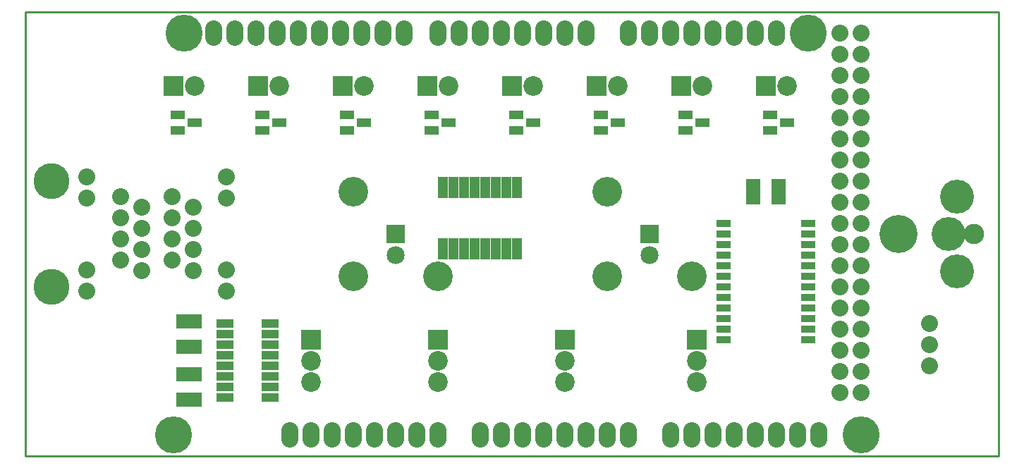
<source format=gbs>
G04 (created by PCBNEW-RS274X (2011-05-25)-stable) date Wed 09 Oct 2013 04:42:06 PM EDT*
G01*
G70*
G90*
%MOIN*%
G04 Gerber Fmt 3.4, Leading zero omitted, Abs format*
%FSLAX34Y34*%
G04 APERTURE LIST*
%ADD10C,0.006000*%
%ADD11C,0.009000*%
%ADD12C,0.096000*%
%ADD13C,0.160000*%
%ADD14C,0.180000*%
%ADD15C,0.175000*%
%ADD16O,0.080000X0.120000*%
%ADD17C,0.080000*%
%ADD18R,0.070000X0.120000*%
%ADD19C,0.093000*%
%ADD20R,0.093000X0.093000*%
%ADD21R,0.045000X0.100000*%
%ADD22R,0.120000X0.070000*%
%ADD23C,0.170000*%
%ADD24C,0.140000*%
%ADD25R,0.085000X0.085000*%
%ADD26C,0.085000*%
%ADD27R,0.070000X0.044000*%
%ADD28R,0.070000X0.035000*%
%ADD29R,0.081000X0.044000*%
G04 APERTURE END LIST*
G54D10*
G54D11*
X89500Y-51500D02*
X43500Y-51500D01*
X43500Y-30500D02*
X89500Y-30500D01*
X43500Y-30500D02*
X43500Y-51500D01*
X89500Y-51500D02*
X89500Y-30500D01*
G54D12*
X88320Y-41000D03*
G54D13*
X87140Y-41000D03*
G54D14*
X84780Y-41000D03*
G54D13*
X87530Y-39230D03*
X87530Y-42770D03*
G54D15*
X50500Y-50500D03*
X51000Y-31500D03*
X83000Y-50500D03*
X80500Y-31500D03*
G54D16*
X56000Y-50500D03*
X57000Y-50500D03*
X58000Y-50500D03*
X59000Y-50500D03*
X60000Y-50500D03*
X61000Y-50500D03*
X62000Y-50500D03*
X63000Y-50500D03*
X65000Y-50500D03*
X66000Y-50500D03*
X67000Y-50500D03*
X68000Y-50500D03*
X69000Y-50500D03*
X70000Y-50500D03*
X71000Y-50500D03*
X72000Y-50500D03*
X74000Y-50500D03*
X75000Y-50500D03*
X76000Y-50500D03*
X77000Y-50500D03*
X78000Y-50500D03*
X79000Y-50500D03*
X80000Y-50500D03*
X81000Y-50500D03*
X52400Y-31500D03*
X53400Y-31500D03*
X54400Y-31500D03*
X55400Y-31500D03*
X56400Y-31500D03*
X57400Y-31500D03*
X58400Y-31500D03*
X59400Y-31500D03*
X60400Y-31500D03*
X61400Y-31500D03*
X63000Y-31500D03*
X70000Y-31500D03*
X69000Y-31500D03*
X68000Y-31500D03*
X67000Y-31500D03*
X66000Y-31500D03*
X65000Y-31500D03*
X64000Y-31500D03*
X72000Y-31500D03*
X73000Y-31500D03*
X74000Y-31500D03*
X75000Y-31500D03*
X76000Y-31500D03*
X77000Y-31500D03*
X78000Y-31500D03*
X79000Y-31500D03*
G54D17*
X82000Y-31500D03*
X83000Y-31500D03*
X82000Y-32500D03*
X83000Y-32500D03*
X82000Y-33500D03*
X83000Y-33500D03*
X82000Y-34500D03*
X83000Y-34500D03*
X82000Y-35500D03*
X83000Y-35500D03*
X82000Y-36500D03*
X83000Y-36500D03*
X82000Y-37500D03*
X83000Y-37500D03*
X82000Y-38500D03*
X83000Y-38500D03*
X82000Y-39500D03*
X83000Y-39500D03*
X82000Y-40500D03*
X83000Y-40500D03*
X82000Y-41500D03*
X83000Y-41500D03*
X82000Y-42500D03*
X83000Y-42500D03*
X82000Y-43500D03*
X83000Y-43500D03*
X82000Y-44500D03*
X83000Y-44500D03*
X82000Y-45500D03*
X83000Y-45500D03*
X82000Y-46500D03*
X83000Y-46500D03*
X82000Y-47500D03*
X83000Y-47500D03*
X82000Y-48500D03*
X83000Y-48500D03*
G54D18*
X77900Y-39000D03*
X79100Y-39000D03*
G54D19*
X69000Y-47000D03*
X69000Y-48000D03*
G54D20*
X69000Y-46000D03*
G54D19*
X75250Y-47000D03*
X75250Y-48000D03*
G54D20*
X75250Y-46000D03*
G54D19*
X63000Y-47000D03*
X63000Y-48000D03*
G54D20*
X63000Y-46000D03*
G54D19*
X57000Y-47000D03*
X57000Y-48000D03*
G54D20*
X57000Y-46000D03*
G54D19*
X51500Y-34000D03*
G54D20*
X50500Y-34000D03*
G54D19*
X55500Y-34000D03*
G54D20*
X54500Y-34000D03*
G54D19*
X59500Y-34000D03*
G54D20*
X58500Y-34000D03*
G54D19*
X63500Y-34000D03*
G54D20*
X62500Y-34000D03*
G54D19*
X67500Y-34000D03*
G54D20*
X66500Y-34000D03*
G54D19*
X71500Y-34000D03*
G54D20*
X70500Y-34000D03*
G54D19*
X75500Y-34000D03*
G54D20*
X74500Y-34000D03*
G54D19*
X79500Y-34000D03*
G54D20*
X78500Y-34000D03*
G54D21*
X66750Y-41700D03*
X66250Y-41700D03*
X65750Y-41700D03*
X65250Y-41700D03*
X64750Y-41700D03*
X64250Y-41700D03*
X63750Y-41700D03*
X63250Y-41700D03*
X63250Y-38800D03*
X63750Y-38800D03*
X64250Y-38800D03*
X64750Y-38800D03*
X65250Y-38800D03*
X65750Y-38800D03*
X66250Y-38800D03*
X66750Y-38800D03*
G54D22*
X51250Y-48850D03*
X51250Y-47650D03*
X51250Y-46350D03*
X51250Y-45150D03*
G54D23*
X44750Y-38500D03*
X44750Y-43500D03*
G54D17*
X46400Y-38300D03*
X46400Y-39300D03*
X46400Y-42700D03*
X46400Y-43700D03*
X48000Y-39250D03*
X48000Y-40250D03*
X48000Y-41250D03*
X48000Y-42250D03*
X49000Y-39750D03*
X49000Y-40750D03*
X49000Y-41750D03*
X49000Y-42750D03*
X50450Y-39250D03*
X50450Y-40250D03*
X51450Y-39750D03*
X51450Y-40750D03*
X50450Y-41250D03*
X51450Y-41750D03*
X50450Y-42250D03*
X51450Y-42750D03*
X53000Y-38300D03*
X53000Y-39300D03*
X53000Y-42700D03*
X53000Y-43700D03*
X86250Y-46250D03*
X86250Y-45250D03*
X86250Y-47250D03*
G54D24*
X59000Y-43000D03*
X59000Y-39000D03*
G54D25*
X61000Y-41000D03*
G54D26*
X61000Y-42000D03*
G54D24*
X63000Y-43000D03*
X71000Y-43000D03*
X71000Y-39000D03*
G54D25*
X73000Y-41000D03*
G54D26*
X73000Y-42000D03*
G54D24*
X75000Y-43000D03*
G54D27*
X51500Y-35750D03*
X50700Y-35380D03*
X50700Y-36120D03*
X55500Y-35750D03*
X54700Y-35380D03*
X54700Y-36120D03*
X59500Y-35750D03*
X58700Y-35380D03*
X58700Y-36120D03*
X63500Y-35750D03*
X62700Y-35380D03*
X62700Y-36120D03*
X67500Y-35750D03*
X66700Y-35380D03*
X66700Y-36120D03*
X71500Y-35750D03*
X70700Y-35380D03*
X70700Y-36120D03*
X75500Y-35750D03*
X74700Y-35380D03*
X74700Y-36120D03*
X79500Y-35750D03*
X78700Y-35380D03*
X78700Y-36120D03*
G54D28*
X80500Y-43000D03*
X80500Y-42500D03*
X80500Y-42000D03*
X80500Y-41500D03*
X80500Y-41000D03*
X80500Y-40500D03*
X80500Y-43500D03*
X80500Y-44000D03*
X80500Y-44500D03*
X80500Y-45000D03*
X80500Y-45500D03*
X80500Y-46000D03*
X76500Y-46000D03*
X76500Y-45500D03*
X76500Y-45000D03*
X76500Y-44500D03*
X76500Y-44000D03*
X76500Y-43500D03*
X76500Y-43000D03*
X76500Y-42500D03*
X76500Y-42000D03*
X76500Y-41500D03*
X76500Y-41000D03*
X76500Y-40500D03*
G54D29*
X52940Y-48750D03*
X52940Y-48250D03*
X52940Y-47750D03*
X52940Y-47250D03*
X52940Y-46750D03*
X52940Y-46250D03*
X52940Y-45750D03*
X52940Y-45250D03*
X55060Y-45250D03*
X55060Y-45750D03*
X55060Y-46250D03*
X55060Y-46750D03*
X55060Y-47250D03*
X55060Y-47750D03*
X55060Y-48250D03*
X55060Y-48750D03*
M02*

</source>
